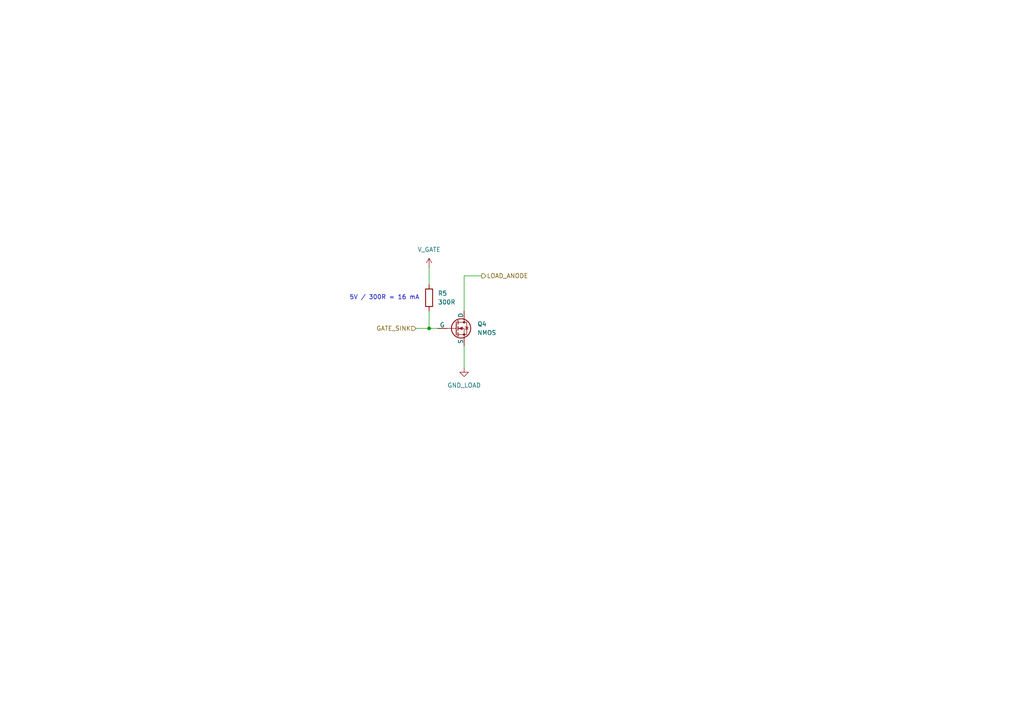
<source format=kicad_sch>
(kicad_sch (version 20250114) (generator "eeschema") (generator_version "9.0")
  (paper "A4")
  (lib_symbols
    (symbol "Device:R" (pin_numbers (hide yes)) (pin_names (offset 0))
      (property "Reference" "R" (at 2.032 0 90))
      (property "Value" "R" (at 0 0 90))
      (symbol "R_0_1"
        (rectangle (start -1.016 -2.54) (end 1.016 2.54) (stroke (width 0.254)))
      )
      (symbol "R_1_1"
        (pin passive line (at 0 3.81 270) (length 1.27) (name "~") (number "1"))
        (pin passive line (at 0 -3.81 90) (length 1.27) (name "~") (number "2"))
      )
    )
    (symbol "Simulation_SPICE:NMOS" (pin_numbers (hide yes)) (pin_names (offset 0))
      (property "Reference" "Q" (at 5.08 1.27 0))
      (property "Value" "NMOS" (at 5.08 -1.27 0))
      (symbol "NMOS_0_1"
        (polyline (pts (xy 0.254 1.905) (xy 0.254 -1.905)) (stroke (width 0.254)))
        (polyline (pts (xy 0.254 0) (xy -2.54 0)))
        (polyline (pts (xy 0.762 2.286) (xy 0.762 1.27)) (stroke (width 0.254)))
        (polyline (pts (xy 0.762 0.508) (xy 0.762 -0.508)) (stroke (width 0.254)))
        (polyline (pts (xy 0.762 -1.27) (xy 0.762 -2.286)) (stroke (width 0.254)))
        (polyline (pts (xy 0.762 -1.778) (xy 3.302 -1.778) (xy 3.302 1.778) (xy 0.762 1.778)))
        (polyline (pts (xy 1.016 0) (xy 2.032 0.381) (xy 2.032 -0.381) (xy 1.016 0)) (fill (type outline)))
        (circle (center 1.651 0) (radius 2.794) (stroke (width 0.254)))
        (polyline (pts (xy 2.54 2.54) (xy 2.54 1.778)))
        (circle (center 2.54 1.778) (radius 0.254) (fill (type outline)))
        (circle (center 2.54 -1.778) (radius 0.254) (fill (type outline)))
        (polyline (pts (xy 2.54 -2.54) (xy 2.54 0) (xy 0.762 0)))
        (polyline (pts (xy 2.794 0.508) (xy 2.921 0.381) (xy 3.683 0.381) (xy 3.81 0.254)))
        (polyline (pts (xy 3.302 0.381) (xy 2.921 -0.254) (xy 3.683 -0.254) (xy 3.302 0.381)))
      )
      (symbol "NMOS_1_1"
        (pin input line (at -5.08 0 0) (length 2.54) (name "G") (number "2"))
        (pin passive line (at 2.54 5.08 270) (length 2.54) (name "D") (number "1"))
        (pin passive line (at 2.54 -5.08 90) (length 2.54) (name "S") (number "3"))
      )
    )
    (symbol "pwm-dc-dimmer:GND_LOAD" (power) (pin_numbers (hide yes)) (pin_names (offset 0) (hide yes))
      (property "Value" "GND_LOAD" (at 0 -3.81 0))
      (symbol "GND_LOAD_0_1"
        (polyline (pts (xy 0 0) (xy 0 -1.27) (xy 1.27 -1.27) (xy 0 -2.54) (xy -1.27 -1.27) (xy 0 -1.27)))
      )
      (symbol "GND_LOAD_1_1"
        (pin power_in line (at 0 0 270) (length 0) (name "~") (number "1"))
      )
    )
    (symbol "pwm-dc-dimmer:V_GATE" (power) (pin_numbers (hide yes)) (pin_names (offset 0) (hide yes))
      (property "Value" "V_GATE" (at 0 3.556 0))
      (symbol "V_GATE_0_1"
        (polyline (pts (xy -0.762 1.27) (xy 0 2.54)))
        (polyline (pts (xy 0 2.54) (xy 0.762 1.27)))
        (polyline (pts (xy 0 0) (xy 0 2.54)))
      )
      (symbol "V_GATE_1_1"
        (pin power_in line (at 0 0 90) (length 0) (name "~") (number "1"))
      )
    )
  )
  (text "5V / 300R = 16 mA" (at 111.506 86.36 0) (effects (font (size 1.27 1.27))))
  (junction (at 124.46 95.25))
  (wire (pts (xy 139.7 80.01) (xy 134.62 80.01)))
  (wire (pts (xy 120.65 95.25) (xy 124.46 95.25)))
  (wire (pts (xy 134.62 80.01) (xy 134.62 90.17)))
  (wire (pts (xy 124.46 95.25) (xy 127 95.25)))
  (wire (pts (xy 124.46 90.17) (xy 124.46 95.25)))
  (wire (pts (xy 124.46 77.47) (xy 124.46 82.55)))
  (wire (pts (xy 134.62 100.33) (xy 134.62 106.68)))
  (hierarchical_label "GATE_SINK" (shape input) (at 120.65 95.25 180))
  (hierarchical_label "LOAD_ANODE" (shape output) (at 139.7 80.01 0))
  (symbol (lib_id "Simulation_SPICE:NMOS") (at 132.08 95.25 0) (unit 1)
    (property "Reference" "Q2" (at 138.43 93.9799 0) (effects (justify left)))
    (property "Value" "NMOS" (at 138.43 96.5199 0) (effects (justify left)))
    (property "Datasheet" "https://ngspice.sourceforge.io/docs/ngspice-html-manual/manual.xhtml#cha_MOSFETs" (effects (hide yes)))
    (property "Description" "N-MOSFET transistor, drain/source/gate" (effects (hide yes)))
    (property "Sim.Device" "NMOS" (effects (hide yes)))
    (property "Sim.Type" "VDMOS" (effects (hide yes)))
    (property "Sim.Pins" "1=D 2=G 3=S" (effects (hide yes)))
    (instances (project "pwm-dc-dimmer" (path "" (reference "Q4") (unit 1)) (path "" (reference "Q5") (unit 1)) (path "" (reference "Q11") (unit 1)) (path "" (reference "Q13") (unit 1)) (path "" (reference "Q9") (unit 1)) (path "" (reference "Q8") (unit 1)) (path "" (reference "Q10") (unit 1)) (path "" (reference "Q1") (unit 1)) (path "" (reference "Q2") (unit 1)) (path "" (reference "Q3") (unit 1)) (path "" (reference "Q7") (unit 1)) (path "" (reference "Q6") (unit 1))))
  )
  (symbol (lib_id "pwm-dc-dimmer:GND_LOAD") (at 134.62 106.68 0) (unit 1)
    (property "Reference" "#PWR08" (effects (hide yes)))
    (property "Value" "GND_LOAD" (at 134.62 111.76 0))
    (property "Description" "Power symbol creates a global label with name \"GND\" , ground" (effects (hide yes)))
    (instances (project "pwm-dc-dimmer" (path "" (reference "#PWR044") (unit 1)) (path "" (reference "#PWR045") (unit 1)) (path "" (reference "#PWR051") (unit 1)) (path "" (reference "#PWR052") (unit 1)) (path "" (reference "#PWR049") (unit 1)) (path "" (reference "#PWR048") (unit 1)) (path "" (reference "#PWR050") (unit 1)) (path "" (reference "#PWR035") (unit 1)) (path "" (reference "#PWR08") (unit 1)) (path "" (reference "#PWR039") (unit 1)) (path "" (reference "#PWR047") (unit 1)) (path "" (reference "#PWR046") (unit 1))))
  )
  (symbol (lib_id "pwm-dc-dimmer:V_GATE") (at 124.46 77.47 0) (unit 1)
    (property "Reference" "#PWR022" (effects (hide yes)))
    (property "Value" "V_GATE" (at 124.46 72.39 0))
    (property "Description" "Power symbol creates a global label with name \"V_GATE\"" (effects (hide yes)))
    (instances (project "pwm-dc-dimmer" (path "" (reference "#PWR020") (unit 1)) (path "" (reference "#PWR0101") (unit 1)) (path "" (reference "#PWR034") (unit 1)) (path "" (reference "#PWR038") (unit 1)) (path "" (reference "#PWR030") (unit 1)) (path "" (reference "#PWR028") (unit 1)) (path "" (reference "#PWR032") (unit 1)) (path "" (reference "#PWR016") (unit 1)) (path "" (reference "#PWR022") (unit 1)) (path "" (reference "#PWR018") (unit 1)) (path "" (reference "#PWR026") (unit 1)) (path "" (reference "#PWR024") (unit 1))))
  )
  (symbol (lib_id "Device:R") (at 124.46 86.36 0) (unit 1)
    (property "Reference" "R3" (at 127 85.0899 0) (effects (justify left)))
    (property "Value" "300R" (at 127 87.6299 0) (effects (justify left)))
    (property "Description" "Resistor" (effects (hide yes)))
    (instances (project "pwm-dc-dimmer" (path "" (reference "R5") (unit 1)) (path "" (reference "R6") (unit 1)) (path "" (reference "R12") (unit 1)) (path "" (reference "R14") (unit 1)) (path "" (reference "R10") (unit 1)) (path "" (reference "R9") (unit 1)) (path "" (reference "R11") (unit 1)) (path "" (reference "R2") (unit 1)) (path "" (reference "R3") (unit 1)) (path "" (reference "R4") (unit 1)) (path "" (reference "R8") (unit 1)) (path "" (reference "R7") (unit 1))))
  )
)
</source>
